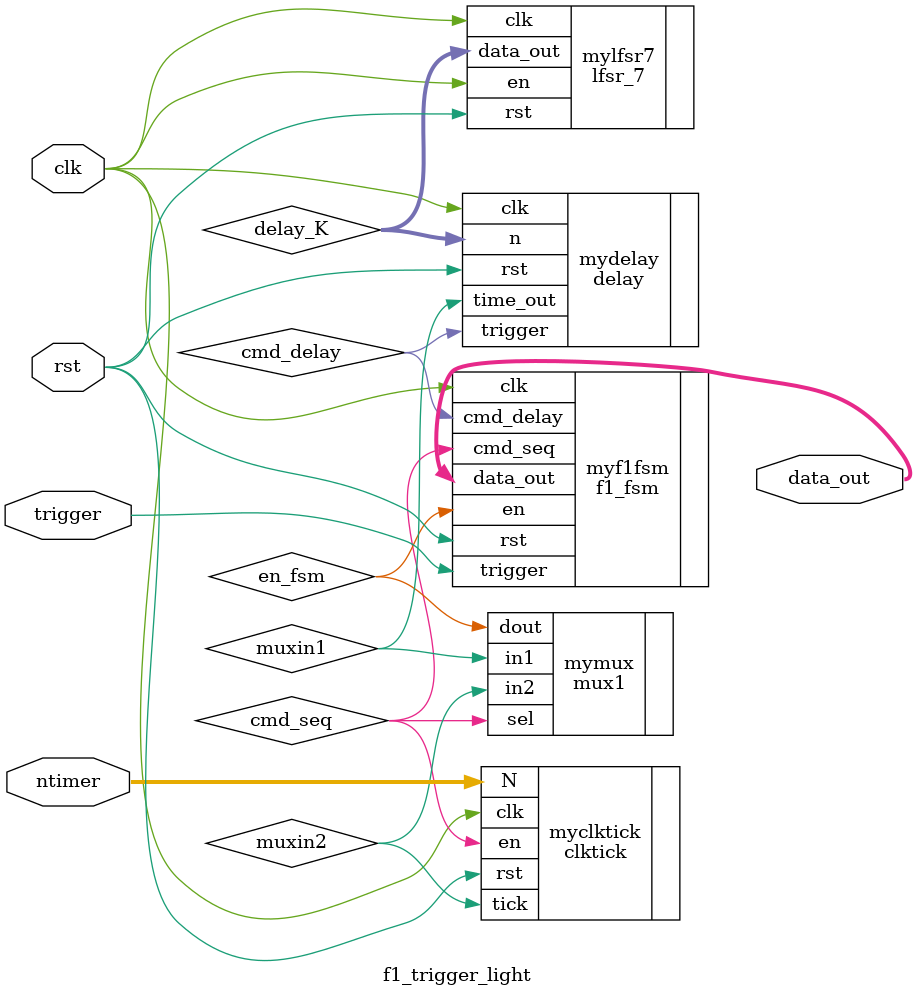
<source format=sv>
module f1_trigger_light (
    input logic rst,
    input logic trigger,
    input logic clk,
    input logic [4:0] ntimer, // 1 second~ timer N

    output logic [7:0] data_out
);

    wire en_fsm;
    wire muxin1;
    wire muxin2;
    wire cmd_seq;
    wire cmd_delay;
    wire [6:0] delay_K; // wire from lfsr to delay.sv

    f1_fsm myf1fsm (
        .rst (rst),
        .trigger (trigger),
        .en (en_fsm),
        .clk (clk),
        .data_out (data_out),
        .cmd_seq (cmd_seq),
        .cmd_delay (cmd_delay)
    );

    mux1 mymux (
        .in1 (muxin1),
        .in2 (muxin2),
        .sel (cmd_seq),
        .dout (en_fsm)
    );

    clktick myclktick (
        .clk (clk),
        .rst (rst),
        .en (cmd_seq),
        .N (ntimer),
        .tick (muxin2)
    );

    delay mydelay (
        .clk (clk),
        .rst (rst),
        .trigger (cmd_delay),
        .n (delay_K),
        .time_out (muxin1)
    );

    lfsr_7 mylfsr7 (
        .clk (clk),
        .rst (rst),
        .en (clk),
        .data_out (delay_K)
    );

endmodule

</source>
